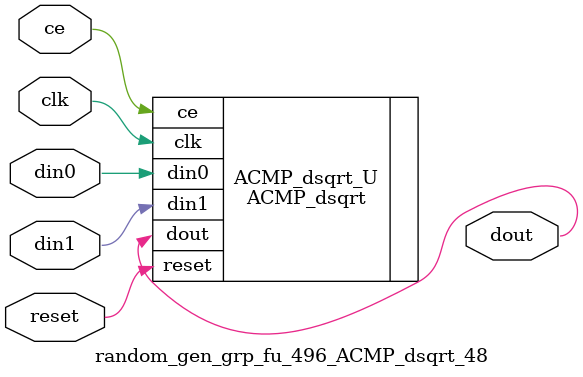
<source format=v>

`timescale 1 ns / 1 ps
module random_gen_grp_fu_496_ACMP_dsqrt_48(
    clk,
    reset,
    ce,
    din0,
    din1,
    dout);

parameter ID = 32'd1;
parameter NUM_STAGE = 32'd1;
parameter din0_WIDTH = 32'd1;
parameter din1_WIDTH = 32'd1;
parameter dout_WIDTH = 32'd1;
input clk;
input reset;
input ce;
input[din0_WIDTH - 1:0] din0;
input[din1_WIDTH - 1:0] din1;
output[dout_WIDTH - 1:0] dout;



ACMP_dsqrt #(
.ID( ID ),
.NUM_STAGE( 30 ),
.din0_WIDTH( din0_WIDTH ),
.din1_WIDTH( din1_WIDTH ),
.dout_WIDTH( dout_WIDTH ))
ACMP_dsqrt_U(
    .clk( clk ),
    .reset( reset ),
    .ce( ce ),
    .din0( din0 ),
    .din1( din1 ),
    .dout( dout ));

endmodule

</source>
